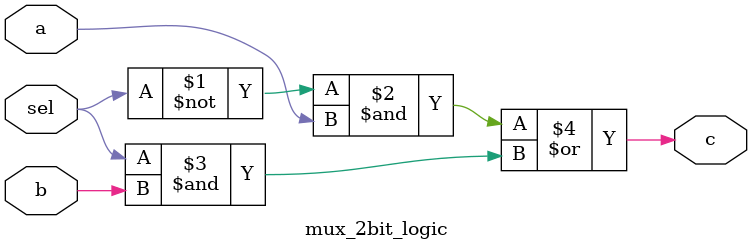
<source format=v>
module mux_2bit_logic (
	input sel, 
	input a, 
	input b, 
	output c
);
assign c = (~ sel & a) | (sel & b);
endmodule 
</source>
